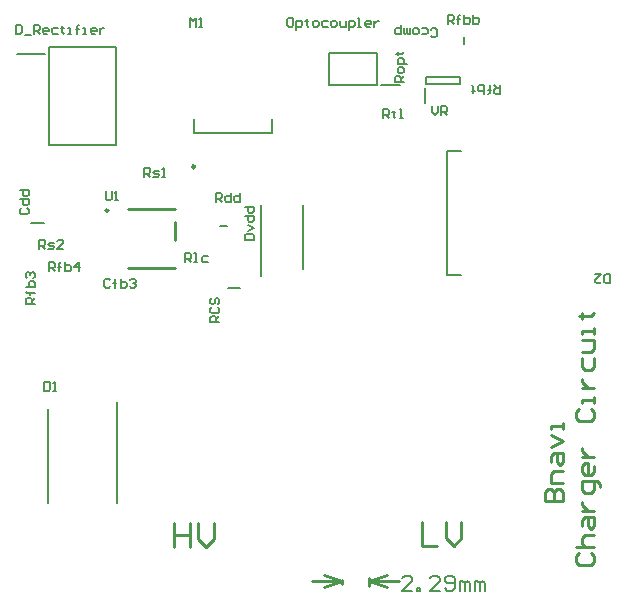
<source format=gto>
G04*
G04 #@! TF.GenerationSoftware,Altium Limited,Altium Designer,22.2.1 (43)*
G04*
G04 Layer_Color=65535*
%FSLAX23Y23*%
%MOIN*%
G70*
G04*
G04 #@! TF.SameCoordinates,8410DD60-BE5F-4665-B969-63B9D7D5DCD7*
G04*
G04*
G04 #@! TF.FilePolarity,Positive*
G04*
G01*
G75*
%ADD10C,0.010*%
%ADD11C,0.010*%
%ADD12C,0.008*%
%ADD13C,0.006*%
%ADD14C,0.005*%
D10*
X420Y1293D02*
G03*
X420Y1293I-4J0D01*
G01*
X486Y1298D02*
X644D01*
X486Y1102D02*
X644D01*
Y1195D02*
Y1256D01*
X1291Y57D02*
X1351Y77D01*
X1291Y57D02*
X1351Y37D01*
X1141D02*
X1201Y57D01*
X1141Y77D02*
X1201Y57D01*
X1291D02*
X1391D01*
X1101D02*
X1201D01*
Y47D02*
Y62D01*
X1291Y42D02*
Y67D01*
X640Y250D02*
Y170D01*
Y210D01*
X693D01*
Y250D01*
Y170D01*
X720Y250D02*
Y197D01*
X747Y170D01*
X773Y197D01*
Y250D01*
X1875Y325D02*
X1935D01*
Y355D01*
X1925Y365D01*
X1915D01*
X1905Y355D01*
Y325D01*
Y355D01*
X1895Y365D01*
X1885D01*
X1875Y355D01*
Y325D01*
X1935Y385D02*
X1895D01*
Y415D01*
X1905Y425D01*
X1935D01*
X1895Y455D02*
Y475D01*
X1905Y485D01*
X1935D01*
Y455D01*
X1925Y445D01*
X1915Y455D01*
Y485D01*
X1895Y505D02*
X1935Y525D01*
X1895Y545D01*
X1935Y565D02*
Y585D01*
Y575D01*
X1895D01*
Y565D01*
X1990Y150D02*
X1980Y140D01*
Y120D01*
X1990Y110D01*
X2030D01*
X2040Y120D01*
Y140D01*
X2030Y150D01*
X1980Y170D02*
X2040D01*
X2010D01*
X2000Y180D01*
Y200D01*
X2010Y210D01*
X2040D01*
X2000Y240D02*
Y260D01*
X2010Y270D01*
X2040D01*
Y240D01*
X2030Y230D01*
X2020Y240D01*
Y270D01*
X2000Y290D02*
X2040D01*
X2020D01*
X2010Y300D01*
X2000Y310D01*
Y320D01*
X2060Y370D02*
Y380D01*
X2050Y390D01*
X2000D01*
Y360D01*
X2010Y350D01*
X2030D01*
X2040Y360D01*
Y390D01*
Y440D02*
Y420D01*
X2030Y410D01*
X2010D01*
X2000Y420D01*
Y440D01*
X2010Y450D01*
X2020D01*
Y410D01*
X2000Y470D02*
X2040D01*
X2020D01*
X2010Y480D01*
X2000Y490D01*
Y500D01*
X1990Y630D02*
X1980Y620D01*
Y600D01*
X1990Y590D01*
X2030D01*
X2040Y600D01*
Y620D01*
X2030Y630D01*
X2040Y650D02*
Y670D01*
Y660D01*
X2000D01*
Y650D01*
Y700D02*
X2040D01*
X2020D01*
X2010Y710D01*
X2000Y720D01*
Y730D01*
Y800D02*
Y770D01*
X2010Y760D01*
X2030D01*
X2040Y770D01*
Y800D01*
X2000Y820D02*
X2030D01*
X2040Y830D01*
Y860D01*
X2000D01*
X2040Y880D02*
Y900D01*
Y890D01*
X2000D01*
Y880D01*
X1990Y940D02*
X2000D01*
Y930D01*
Y950D01*
Y940D01*
X2030D01*
X2040Y950D01*
X1465Y255D02*
Y175D01*
X1518D01*
X1545Y255D02*
Y202D01*
X1572Y175D01*
X1598Y202D01*
Y255D01*
D11*
X710Y1439D02*
G03*
X710Y1439I-5J0D01*
G01*
D12*
X164Y1250D02*
X206D01*
X1329Y1713D02*
X1393D01*
X1315Y1712D02*
Y1818D01*
X1155D02*
X1315D01*
X1155Y1712D02*
Y1818D01*
Y1712D02*
X1315D01*
X1480Y1714D02*
Y1738D01*
X1594D01*
Y1714D02*
Y1738D01*
X1480Y1714D02*
X1594D01*
X1478Y1653D02*
Y1700D01*
X1605Y1848D02*
Y1872D01*
X224Y1839D02*
X446D01*
Y1511D02*
Y1839D01*
X224Y1511D02*
X446D01*
X224D02*
Y1839D01*
X117Y1816D02*
X210D01*
X965Y1551D02*
Y1598D01*
X705Y1551D02*
X965D01*
X705D02*
Y1598D01*
X793Y1240D02*
X817D01*
X1550Y1077D02*
X1598D01*
X1550D02*
Y1493D01*
X1598D01*
X219Y319D02*
Y631D01*
X451Y319D02*
Y656D01*
X1071Y1099D02*
Y1311D01*
X929Y1076D02*
Y1311D01*
X820Y1035D02*
X860D01*
D13*
X1434Y26D02*
X1401D01*
X1434Y59D01*
Y68D01*
X1426Y76D01*
X1409D01*
X1401Y68D01*
X1451Y26D02*
Y34D01*
X1459D01*
Y26D01*
X1451D01*
X1526D02*
X1493D01*
X1526Y59D01*
Y68D01*
X1518Y76D01*
X1501D01*
X1493Y68D01*
X1543Y34D02*
X1551Y26D01*
X1568D01*
X1576Y34D01*
Y68D01*
X1568Y76D01*
X1551D01*
X1543Y68D01*
Y59D01*
X1551Y51D01*
X1576D01*
X1593Y26D02*
Y59D01*
X1601D01*
X1609Y51D01*
Y26D01*
Y51D01*
X1618Y59D01*
X1626Y51D01*
Y26D01*
X1643D02*
Y59D01*
X1651D01*
X1659Y51D01*
Y26D01*
Y51D01*
X1668Y59D01*
X1676Y51D01*
Y26D01*
D14*
X1500Y1640D02*
Y1620D01*
X1510Y1610D01*
X1520Y1620D01*
Y1640D01*
X1530Y1610D02*
Y1640D01*
X1545D01*
X1550Y1635D01*
Y1625D01*
X1545Y1620D01*
X1530D01*
X1540D02*
X1550Y1610D01*
X413Y1358D02*
Y1333D01*
X418Y1328D01*
X428D01*
X433Y1333D01*
Y1358D01*
X443Y1328D02*
X453D01*
X448D01*
Y1358D01*
X443Y1353D01*
X1338Y1600D02*
Y1630D01*
X1353D01*
X1358Y1625D01*
Y1615D01*
X1353Y1610D01*
X1338D01*
X1348D02*
X1358Y1600D01*
X1372Y1625D02*
Y1620D01*
X1368D01*
X1377D01*
X1372D01*
Y1605D01*
X1377Y1600D01*
X1392D02*
X1402D01*
X1397D01*
Y1630D01*
X1392D01*
X190Y1165D02*
Y1195D01*
X205D01*
X210Y1190D01*
Y1180D01*
X205Y1175D01*
X190D01*
X200D02*
X210Y1165D01*
X220D02*
X235D01*
X240Y1170D01*
X235Y1175D01*
X225D01*
X220Y1180D01*
X225Y1185D01*
X240D01*
X270Y1165D02*
X250D01*
X270Y1185D01*
Y1190D01*
X265Y1195D01*
X255D01*
X250Y1190D01*
X540Y1405D02*
Y1435D01*
X555D01*
X560Y1430D01*
Y1420D01*
X555Y1415D01*
X540D01*
X550D02*
X560Y1405D01*
X570D02*
X585D01*
X590Y1410D01*
X585Y1415D01*
X575D01*
X570Y1420D01*
X575Y1425D01*
X590D01*
X600Y1405D02*
X610D01*
X605D01*
Y1435D01*
X600Y1430D01*
X1405Y1720D02*
X1375D01*
Y1735D01*
X1380Y1740D01*
X1390D01*
X1395Y1735D01*
Y1720D01*
Y1730D02*
X1405Y1740D01*
Y1755D02*
Y1765D01*
X1400Y1770D01*
X1390D01*
X1385Y1765D01*
Y1755D01*
X1390Y1750D01*
X1400D01*
X1405Y1755D01*
X1415Y1780D02*
X1385D01*
Y1795D01*
X1390Y1800D01*
X1400D01*
X1405Y1795D01*
Y1780D01*
X1380Y1815D02*
X1385D01*
Y1810D01*
Y1820D01*
Y1815D01*
X1400D01*
X1405Y1820D01*
X678Y1120D02*
Y1150D01*
X693D01*
X698Y1145D01*
Y1135D01*
X693Y1130D01*
X678D01*
X688D02*
X698Y1120D01*
X708D02*
X717D01*
X713D01*
Y1150D01*
X708D01*
X752Y1140D02*
X737D01*
X732Y1135D01*
Y1125D01*
X737Y1120D01*
X752D01*
X1727Y1710D02*
Y1680D01*
X1712D01*
X1707Y1685D01*
Y1695D01*
X1712Y1700D01*
X1727D01*
X1717D02*
X1707Y1710D01*
X1692D02*
Y1685D01*
Y1695D01*
X1697D01*
X1687D01*
X1692D01*
Y1685D01*
X1687Y1680D01*
X1673D02*
Y1710D01*
X1658D01*
X1653Y1705D01*
Y1700D01*
Y1695D01*
X1658Y1690D01*
X1673D01*
X1638Y1685D02*
Y1690D01*
X1643D01*
X1633D01*
X1638D01*
Y1705D01*
X1633Y1710D01*
X1552Y1916D02*
Y1946D01*
X1567D01*
X1572Y1941D01*
Y1931D01*
X1567Y1926D01*
X1552D01*
X1562D02*
X1572Y1916D01*
X1587D02*
Y1941D01*
Y1931D01*
X1582D01*
X1592D01*
X1587D01*
Y1941D01*
X1592Y1946D01*
X1607D02*
Y1916D01*
X1622D01*
X1627Y1921D01*
Y1926D01*
Y1931D01*
X1622Y1936D01*
X1607D01*
X1637Y1946D02*
Y1916D01*
X1652D01*
X1657Y1921D01*
Y1926D01*
Y1931D01*
X1652Y1936D01*
X1637D01*
X223Y1090D02*
Y1120D01*
X238D01*
X243Y1115D01*
Y1105D01*
X238Y1100D01*
X223D01*
X233D02*
X243Y1090D01*
X258D02*
Y1115D01*
Y1105D01*
X253D01*
X263D01*
X258D01*
Y1115D01*
X263Y1120D01*
X277D02*
Y1090D01*
X292D01*
X297Y1095D01*
Y1100D01*
Y1105D01*
X292Y1110D01*
X277D01*
X322Y1090D02*
Y1120D01*
X307Y1105D01*
X327D01*
X175Y983D02*
X145D01*
Y998D01*
X150Y1003D01*
X160D01*
X165Y998D01*
Y983D01*
Y993D02*
X175Y1003D01*
Y1018D02*
X150D01*
X160D01*
Y1013D01*
Y1023D01*
Y1018D01*
X150D01*
X145Y1023D01*
Y1037D02*
X175D01*
Y1052D01*
X170Y1057D01*
X165D01*
X160D01*
X155Y1052D01*
Y1037D01*
X150Y1067D02*
X145Y1072D01*
Y1082D01*
X150Y1087D01*
X155D01*
X160Y1082D01*
Y1077D01*
Y1082D01*
X165Y1087D01*
X170D01*
X175Y1082D01*
Y1072D01*
X170Y1067D01*
X779Y1323D02*
Y1353D01*
X794D01*
X799Y1348D01*
Y1338D01*
X794Y1333D01*
X779D01*
X789D02*
X799Y1323D01*
X829Y1353D02*
Y1323D01*
X814D01*
X809Y1328D01*
Y1338D01*
X814Y1343D01*
X829D01*
X859Y1353D02*
Y1323D01*
X844D01*
X839Y1328D01*
Y1338D01*
X844Y1343D01*
X859D01*
X790Y920D02*
X760D01*
Y935D01*
X765Y940D01*
X775D01*
X780Y935D01*
Y920D01*
Y930D02*
X790Y940D01*
X765Y970D02*
X760Y965D01*
Y955D01*
X765Y950D01*
X785D01*
X790Y955D01*
Y965D01*
X785Y970D01*
X765Y1000D02*
X760Y995D01*
Y985D01*
X765Y980D01*
X770D01*
X775Y985D01*
Y995D01*
X780Y1000D01*
X785D01*
X790Y995D01*
Y985D01*
X785Y980D01*
X1033Y1935D02*
X1023D01*
X1018Y1930D01*
Y1910D01*
X1023Y1905D01*
X1033D01*
X1038Y1910D01*
Y1930D01*
X1033Y1935D01*
X1048Y1895D02*
Y1925D01*
X1063D01*
X1068Y1920D01*
Y1910D01*
X1063Y1905D01*
X1048D01*
X1083Y1930D02*
Y1925D01*
X1078D01*
X1088D01*
X1083D01*
Y1910D01*
X1088Y1905D01*
X1108D02*
X1118D01*
X1123Y1910D01*
Y1920D01*
X1118Y1925D01*
X1108D01*
X1103Y1920D01*
Y1910D01*
X1108Y1905D01*
X1153Y1925D02*
X1138D01*
X1133Y1920D01*
Y1910D01*
X1138Y1905D01*
X1153D01*
X1168D02*
X1177D01*
X1182Y1910D01*
Y1920D01*
X1177Y1925D01*
X1168D01*
X1163Y1920D01*
Y1910D01*
X1168Y1905D01*
X1192Y1925D02*
Y1910D01*
X1197Y1905D01*
X1212D01*
Y1925D01*
X1222Y1895D02*
Y1925D01*
X1237D01*
X1242Y1920D01*
Y1910D01*
X1237Y1905D01*
X1222D01*
X1252D02*
X1262D01*
X1257D01*
Y1935D01*
X1252D01*
X1292Y1905D02*
X1282D01*
X1277Y1910D01*
Y1920D01*
X1282Y1925D01*
X1292D01*
X1297Y1920D01*
Y1915D01*
X1277D01*
X1307Y1925D02*
Y1905D01*
Y1915D01*
X1312Y1920D01*
X1317Y1925D01*
X1322D01*
X694Y1905D02*
Y1935D01*
X704Y1925D01*
X714Y1935D01*
Y1905D01*
X724D02*
X734D01*
X729D01*
Y1935D01*
X724Y1930D01*
X875Y1195D02*
X905D01*
Y1210D01*
X900Y1215D01*
X880D01*
X875Y1210D01*
Y1195D01*
X885Y1225D02*
X905Y1235D01*
X885Y1245D01*
X875Y1275D02*
X905D01*
Y1260D01*
X900Y1255D01*
X890D01*
X885Y1260D01*
Y1275D01*
X875Y1305D02*
X905D01*
Y1290D01*
X900Y1285D01*
X890D01*
X885Y1290D01*
Y1305D01*
X112Y1913D02*
Y1883D01*
X127D01*
X132Y1888D01*
Y1908D01*
X127Y1913D01*
X112D01*
X142Y1878D02*
X162D01*
X172Y1883D02*
Y1913D01*
X187D01*
X192Y1908D01*
Y1898D01*
X187Y1893D01*
X172D01*
X182D02*
X192Y1883D01*
X217D02*
X207D01*
X202Y1888D01*
Y1898D01*
X207Y1903D01*
X217D01*
X222Y1898D01*
Y1893D01*
X202D01*
X252Y1903D02*
X237D01*
X232Y1898D01*
Y1888D01*
X237Y1883D01*
X252D01*
X267Y1908D02*
Y1903D01*
X262D01*
X272D01*
X267D01*
Y1888D01*
X272Y1883D01*
X287D02*
X297D01*
X292D01*
Y1903D01*
X287D01*
X317Y1883D02*
Y1908D01*
Y1898D01*
X312D01*
X322D01*
X317D01*
Y1908D01*
X322Y1913D01*
X337Y1883D02*
X347D01*
X342D01*
Y1903D01*
X337D01*
X377Y1883D02*
X367D01*
X362Y1888D01*
Y1898D01*
X367Y1903D01*
X377D01*
X382Y1898D01*
Y1893D01*
X362D01*
X392Y1903D02*
Y1883D01*
Y1893D01*
X397Y1898D01*
X402Y1903D01*
X407D01*
X2094Y1050D02*
Y1080D01*
X2079D01*
X2074Y1075D01*
Y1055D01*
X2079Y1050D01*
X2094D01*
X2044Y1080D02*
X2064D01*
X2044Y1060D01*
Y1055D01*
X2049Y1050D01*
X2059D01*
X2064Y1055D01*
X207Y722D02*
Y692D01*
X222D01*
X227Y697D01*
Y717D01*
X222Y722D01*
X207D01*
X237Y692D02*
X247D01*
X242D01*
Y722D01*
X237Y717D01*
X428Y1060D02*
X423Y1065D01*
X413D01*
X408Y1060D01*
Y1040D01*
X413Y1035D01*
X423D01*
X428Y1040D01*
X443Y1035D02*
Y1060D01*
Y1050D01*
X438D01*
X448D01*
X443D01*
Y1060D01*
X448Y1065D01*
X462D02*
Y1035D01*
X477D01*
X482Y1040D01*
Y1045D01*
Y1050D01*
X477Y1055D01*
X462D01*
X492Y1060D02*
X497Y1065D01*
X507D01*
X512Y1060D01*
Y1055D01*
X507Y1050D01*
X502D01*
X507D01*
X512Y1045D01*
Y1040D01*
X507Y1035D01*
X497D01*
X492Y1040D01*
X130Y1300D02*
X125Y1295D01*
Y1285D01*
X130Y1280D01*
X150D01*
X155Y1285D01*
Y1295D01*
X150Y1300D01*
X125Y1330D02*
X155D01*
Y1315D01*
X150Y1310D01*
X140D01*
X135Y1315D01*
Y1330D01*
X125Y1360D02*
X155D01*
Y1345D01*
X150Y1340D01*
X140D01*
X135Y1345D01*
Y1360D01*
X1495Y1875D02*
X1500Y1870D01*
X1510D01*
X1515Y1875D01*
Y1895D01*
X1510Y1900D01*
X1500D01*
X1495Y1895D01*
X1465Y1880D02*
X1480D01*
X1485Y1885D01*
Y1895D01*
X1480Y1900D01*
X1465D01*
X1450D02*
X1440D01*
X1435Y1895D01*
Y1885D01*
X1440Y1880D01*
X1450D01*
X1455Y1885D01*
Y1895D01*
X1450Y1900D01*
X1425D02*
Y1880D01*
X1420D01*
X1415Y1885D01*
Y1900D01*
Y1885D01*
X1410Y1880D01*
X1405Y1885D01*
Y1900D01*
X1395Y1910D02*
Y1880D01*
X1380D01*
X1375Y1885D01*
Y1895D01*
X1380Y1900D01*
X1395D01*
M02*

</source>
